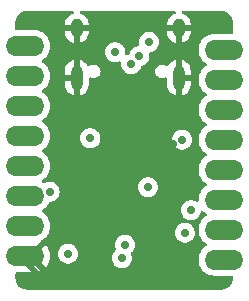
<source format=gbr>
%TF.GenerationSoftware,KiCad,Pcbnew,7.0.9*%
%TF.CreationDate,2024-03-17T18:44:57-07:00*%
%TF.ProjectId,ESP32S3_Board,45535033-3253-4335-9f42-6f6172642e6b,rev?*%
%TF.SameCoordinates,Original*%
%TF.FileFunction,Copper,L2,Inr*%
%TF.FilePolarity,Positive*%
%FSLAX46Y46*%
G04 Gerber Fmt 4.6, Leading zero omitted, Abs format (unit mm)*
G04 Created by KiCad (PCBNEW 7.0.9) date 2024-03-17 18:44:57*
%MOMM*%
%LPD*%
G01*
G04 APERTURE LIST*
%TA.AperFunction,ComponentPad*%
%ADD10O,1.000000X2.100000*%
%TD*%
%TA.AperFunction,ComponentPad*%
%ADD11O,1.000000X1.600000*%
%TD*%
%TA.AperFunction,ComponentPad*%
%ADD12O,2.400000X1.700000*%
%TD*%
%TA.AperFunction,ViaPad*%
%ADD13C,0.700000*%
%TD*%
G04 APERTURE END LIST*
D10*
%TO.N,GND*%
%TO.C,J1*%
X150370000Y-82378000D03*
D11*
X150370000Y-78198000D03*
D10*
X141730000Y-82378000D03*
D11*
X141730000Y-78198000D03*
%TD*%
D12*
%TO.N,/IO7*%
%TO.C,J2*%
X136930000Y-79710000D03*
X137780000Y-79710000D03*
%TO.N,/IO6*%
X136930000Y-82250000D03*
X137780000Y-82250000D03*
%TO.N,/IO5*%
X136930000Y-84790000D03*
X137780000Y-84790000D03*
%TO.N,/IO4*%
X136930000Y-87330000D03*
X137780000Y-87330000D03*
%TO.N,/IO3*%
X136930000Y-89870000D03*
X137780000Y-89870000D03*
%TO.N,/IO2*%
X136930000Y-92410000D03*
X137780000Y-92410000D03*
%TO.N,+3.3V*%
X136930000Y-94950000D03*
X137780000Y-94950000D03*
%TO.N,GND*%
X136930000Y-97490000D03*
X137780000Y-97490000D03*
%TD*%
%TO.N,/IO17*%
%TO.C,J3*%
X153740000Y-80010000D03*
X154590000Y-80010000D03*
%TO.N,/IO33*%
X153740000Y-82550000D03*
X154590000Y-82550000D03*
%TO.N,/IO34*%
X153740000Y-85090000D03*
X154590000Y-85090000D03*
%TO.N,/IO35*%
X153740000Y-87630000D03*
X154590000Y-87630000D03*
%TO.N,/IO36*%
X153740000Y-90170000D03*
X154590000Y-90170000D03*
%TO.N,/IO37*%
X153740000Y-92710000D03*
X154590000Y-92710000D03*
%TO.N,/IO38*%
X153740000Y-95250000D03*
X154590000Y-95250000D03*
%TO.N,/IO45*%
X153740000Y-97790000D03*
X154590000Y-97790000D03*
%TD*%
D13*
%TO.N,Net-(J1-CC1)*%
X147828756Y-79365519D03*
%TO.N,/RESET*%
X139428929Y-92044028D03*
%TO.N,/BOOT*%
X147740965Y-91656048D03*
%TO.N,+3.3V*%
X150876000Y-95504000D03*
X145542000Y-97663000D03*
X142876042Y-87504042D03*
X151384000Y-93599000D03*
%TO.N,/USB_D-*%
X146349124Y-81234876D03*
%TO.N,/USB_D+*%
X147020876Y-80563124D03*
%TO.N,GND*%
X146304000Y-89281000D03*
X146268666Y-93531762D03*
X149860000Y-88011000D03*
X144526000Y-88265000D03*
X146304000Y-90170000D03*
X150241000Y-93345000D03*
X144526000Y-89281000D03*
X151765000Y-96393000D03*
X146558000Y-98806000D03*
X146304000Y-88265000D03*
X145415000Y-90170000D03*
X140187680Y-90332578D03*
X138430000Y-99314000D03*
X146177000Y-99695000D03*
X142113000Y-84963000D03*
X145415000Y-89281000D03*
X145415000Y-88265000D03*
X144526000Y-90170000D03*
X144018000Y-96774000D03*
%TO.N,/IO21*%
X150657500Y-87630000D03*
%TO.N,Net-(J1-CC2)*%
X144991089Y-80221089D03*
%TO.N,Net-(C10-Pad2)*%
X145796000Y-96520000D03*
%TO.N,Net-(AE1-ANT)*%
X140970000Y-97282000D03*
%TD*%
%TA.AperFunction,Conductor*%
%TO.N,GND*%
G36*
X141437631Y-76728185D02*
G01*
X141483386Y-76780989D01*
X141493330Y-76850147D01*
X141464305Y-76913703D01*
X141413657Y-76948782D01*
X141287334Y-76995565D01*
X141114732Y-77103149D01*
X140967331Y-77243264D01*
X140967330Y-77243266D01*
X140851143Y-77410195D01*
X140770940Y-77597092D01*
X140730000Y-77796309D01*
X140730000Y-77948000D01*
X141430000Y-77948000D01*
X141430000Y-78448000D01*
X140730000Y-78448000D01*
X140730000Y-78548713D01*
X140745418Y-78700338D01*
X140806299Y-78894381D01*
X140806304Y-78894391D01*
X140905005Y-79072215D01*
X140905005Y-79072216D01*
X141037478Y-79226530D01*
X141037479Y-79226531D01*
X141198304Y-79351018D01*
X141380907Y-79440589D01*
X141480000Y-79466244D01*
X141480000Y-78664110D01*
X141504457Y-78703610D01*
X141593962Y-78771201D01*
X141701840Y-78801895D01*
X141813521Y-78791546D01*
X141913922Y-78741552D01*
X141980000Y-78669069D01*
X141980000Y-79471366D01*
X141981944Y-79471069D01*
X141981945Y-79471069D01*
X142172660Y-79400436D01*
X142172664Y-79400434D01*
X142345267Y-79292850D01*
X142492668Y-79152735D01*
X142492669Y-79152733D01*
X142608856Y-78985804D01*
X142689059Y-78798907D01*
X142730000Y-78599690D01*
X142730000Y-78448000D01*
X142030000Y-78448000D01*
X142030000Y-77948000D01*
X142730000Y-77948000D01*
X142730000Y-77847286D01*
X142714581Y-77695661D01*
X142653700Y-77501618D01*
X142653695Y-77501608D01*
X142554994Y-77323784D01*
X142554994Y-77323783D01*
X142422521Y-77169469D01*
X142422520Y-77169468D01*
X142261695Y-77044981D01*
X142079092Y-76955410D01*
X142079093Y-76955410D01*
X142068009Y-76952541D01*
X142008043Y-76916681D01*
X141976985Y-76854094D01*
X141984694Y-76784651D01*
X142028723Y-76730400D01*
X142095093Y-76708564D01*
X142099090Y-76708500D01*
X150010592Y-76708500D01*
X150077631Y-76728185D01*
X150123386Y-76780989D01*
X150133330Y-76850147D01*
X150104305Y-76913703D01*
X150053657Y-76948782D01*
X149927334Y-76995565D01*
X149754732Y-77103149D01*
X149607331Y-77243264D01*
X149607330Y-77243266D01*
X149491143Y-77410195D01*
X149410940Y-77597092D01*
X149370000Y-77796309D01*
X149370000Y-77948000D01*
X150070000Y-77948000D01*
X150070000Y-78448000D01*
X149370000Y-78448000D01*
X149370000Y-78548713D01*
X149385418Y-78700338D01*
X149446299Y-78894381D01*
X149446304Y-78894391D01*
X149545005Y-79072215D01*
X149545005Y-79072216D01*
X149677478Y-79226530D01*
X149677479Y-79226531D01*
X149838304Y-79351018D01*
X150020907Y-79440589D01*
X150120000Y-79466244D01*
X150120000Y-78664110D01*
X150144457Y-78703610D01*
X150233962Y-78771201D01*
X150341840Y-78801895D01*
X150453521Y-78791546D01*
X150553922Y-78741552D01*
X150620000Y-78669069D01*
X150620000Y-79471366D01*
X150621944Y-79471069D01*
X150621945Y-79471069D01*
X150812660Y-79400436D01*
X150812664Y-79400434D01*
X150985267Y-79292850D01*
X151132668Y-79152735D01*
X151132669Y-79152733D01*
X151248856Y-78985804D01*
X151329059Y-78798907D01*
X151370000Y-78599690D01*
X151370000Y-78448000D01*
X150670000Y-78448000D01*
X150670000Y-77948000D01*
X151370000Y-77948000D01*
X151370000Y-77847286D01*
X151354581Y-77695661D01*
X151293700Y-77501618D01*
X151293695Y-77501608D01*
X151194994Y-77323784D01*
X151194994Y-77323783D01*
X151062521Y-77169469D01*
X151062520Y-77169468D01*
X150901695Y-77044981D01*
X150719092Y-76955410D01*
X150719093Y-76955410D01*
X150708009Y-76952541D01*
X150648043Y-76916681D01*
X150616985Y-76854094D01*
X150624694Y-76784651D01*
X150668723Y-76730400D01*
X150735093Y-76708564D01*
X150739090Y-76708500D01*
X153937293Y-76708500D01*
X153942695Y-76708735D01*
X153985519Y-76712482D01*
X154111771Y-76724918D01*
X154131685Y-76728541D01*
X154198349Y-76746403D01*
X154291570Y-76774682D01*
X154307971Y-76780958D01*
X154308848Y-76781367D01*
X154375411Y-76812406D01*
X154378375Y-76813888D01*
X154415969Y-76833982D01*
X154462327Y-76858762D01*
X154468667Y-76862657D01*
X154534828Y-76908983D01*
X154538600Y-76911844D01*
X154544494Y-76916681D01*
X154583609Y-76948782D01*
X154610808Y-76971103D01*
X154615309Y-76975182D01*
X154672815Y-77032688D01*
X154676895Y-77037190D01*
X154736154Y-77109398D01*
X154739015Y-77113170D01*
X154785341Y-77179331D01*
X154789236Y-77185671D01*
X154834101Y-77269605D01*
X154835614Y-77272631D01*
X154867040Y-77340027D01*
X154873319Y-77356435D01*
X154901601Y-77449669D01*
X154919454Y-77516299D01*
X154923082Y-77536238D01*
X154935523Y-77662554D01*
X154939264Y-77705302D01*
X154939500Y-77710710D01*
X154939500Y-78535500D01*
X154919815Y-78602539D01*
X154867011Y-78648294D01*
X154815500Y-78659500D01*
X154181028Y-78659500D01*
X154175784Y-78659958D01*
X154154216Y-78659958D01*
X154148972Y-78659500D01*
X154148966Y-78659500D01*
X153331034Y-78659500D01*
X153154596Y-78674936D01*
X153154586Y-78674938D01*
X152926344Y-78736094D01*
X152926335Y-78736098D01*
X152712171Y-78835964D01*
X152712169Y-78835965D01*
X152518597Y-78971505D01*
X152351506Y-79138597D01*
X152351501Y-79138604D01*
X152215967Y-79332165D01*
X152215965Y-79332169D01*
X152116098Y-79546335D01*
X152116094Y-79546344D01*
X152054938Y-79774586D01*
X152054936Y-79774596D01*
X152034341Y-80009999D01*
X152034341Y-80010000D01*
X152054936Y-80245403D01*
X152054938Y-80245413D01*
X152116094Y-80473655D01*
X152116096Y-80473659D01*
X152116097Y-80473663D01*
X152160518Y-80568924D01*
X152215964Y-80687828D01*
X152215965Y-80687830D01*
X152351505Y-80881402D01*
X152518597Y-81048494D01*
X152704158Y-81178425D01*
X152747783Y-81233002D01*
X152754977Y-81302500D01*
X152723454Y-81364855D01*
X152704158Y-81381575D01*
X152518597Y-81511505D01*
X152351506Y-81678597D01*
X152351501Y-81678604D01*
X152215967Y-81872165D01*
X152215965Y-81872169D01*
X152116098Y-82086335D01*
X152116094Y-82086344D01*
X152054938Y-82314586D01*
X152054936Y-82314596D01*
X152034341Y-82549999D01*
X152034341Y-82550000D01*
X152054936Y-82785403D01*
X152054938Y-82785413D01*
X152116094Y-83013655D01*
X152116096Y-83013659D01*
X152116097Y-83013663D01*
X152151072Y-83088666D01*
X152215964Y-83227828D01*
X152215965Y-83227830D01*
X152351505Y-83421402D01*
X152518597Y-83588494D01*
X152704158Y-83718425D01*
X152747783Y-83773002D01*
X152754977Y-83842500D01*
X152723454Y-83904855D01*
X152704158Y-83921575D01*
X152518597Y-84051505D01*
X152351506Y-84218597D01*
X152351501Y-84218604D01*
X152215967Y-84412165D01*
X152215965Y-84412169D01*
X152116098Y-84626335D01*
X152116094Y-84626344D01*
X152054938Y-84854586D01*
X152054936Y-84854596D01*
X152034341Y-85089999D01*
X152034341Y-85090000D01*
X152054936Y-85325403D01*
X152054938Y-85325413D01*
X152116094Y-85553655D01*
X152116096Y-85553659D01*
X152116097Y-85553663D01*
X152166031Y-85660746D01*
X152215964Y-85767828D01*
X152215965Y-85767830D01*
X152351505Y-85961402D01*
X152518597Y-86128494D01*
X152704158Y-86258425D01*
X152747783Y-86313002D01*
X152754977Y-86382500D01*
X152723454Y-86444855D01*
X152704158Y-86461575D01*
X152518597Y-86591505D01*
X152351506Y-86758597D01*
X152351501Y-86758604D01*
X152215967Y-86952165D01*
X152215965Y-86952169D01*
X152116098Y-87166335D01*
X152116094Y-87166344D01*
X152054938Y-87394586D01*
X152054936Y-87394596D01*
X152034341Y-87629999D01*
X152034341Y-87630000D01*
X152054936Y-87865403D01*
X152054938Y-87865413D01*
X152116094Y-88093655D01*
X152116096Y-88093659D01*
X152116097Y-88093663D01*
X152134283Y-88132663D01*
X152215964Y-88307828D01*
X152215965Y-88307830D01*
X152351505Y-88501402D01*
X152518597Y-88668494D01*
X152704158Y-88798425D01*
X152747783Y-88853002D01*
X152754977Y-88922500D01*
X152723454Y-88984855D01*
X152704158Y-89001575D01*
X152518597Y-89131505D01*
X152351506Y-89298597D01*
X152351501Y-89298604D01*
X152215967Y-89492165D01*
X152215965Y-89492169D01*
X152116098Y-89706335D01*
X152116094Y-89706344D01*
X152054938Y-89934586D01*
X152054936Y-89934596D01*
X152034341Y-90169999D01*
X152034341Y-90170000D01*
X152054936Y-90405403D01*
X152054938Y-90405413D01*
X152116094Y-90633655D01*
X152116096Y-90633659D01*
X152116097Y-90633663D01*
X152166031Y-90740746D01*
X152215964Y-90847828D01*
X152215965Y-90847830D01*
X152351505Y-91041402D01*
X152518597Y-91208494D01*
X152704158Y-91338425D01*
X152747783Y-91393002D01*
X152754977Y-91462500D01*
X152723454Y-91524855D01*
X152704158Y-91541575D01*
X152518597Y-91671505D01*
X152351506Y-91838597D01*
X152351501Y-91838604D01*
X152215967Y-92032165D01*
X152215965Y-92032169D01*
X152116098Y-92246335D01*
X152116094Y-92246344D01*
X152054938Y-92474586D01*
X152054936Y-92474596D01*
X152034341Y-92709999D01*
X152034341Y-92710003D01*
X152039609Y-92770225D01*
X152025842Y-92838725D01*
X151977226Y-92888907D01*
X151909197Y-92904840D01*
X151843354Y-92881464D01*
X151843194Y-92881348D01*
X151811595Y-92858389D01*
X151767429Y-92838725D01*
X151648267Y-92785671D01*
X151648265Y-92785670D01*
X151520594Y-92758533D01*
X151473391Y-92748500D01*
X151294609Y-92748500D01*
X151263954Y-92755015D01*
X151119733Y-92785670D01*
X151119728Y-92785672D01*
X150956408Y-92858387D01*
X150811768Y-92963475D01*
X150692140Y-93096336D01*
X150602750Y-93251164D01*
X150602747Y-93251170D01*
X150547504Y-93421192D01*
X150547503Y-93421194D01*
X150528815Y-93599000D01*
X150547503Y-93776805D01*
X150547504Y-93776807D01*
X150602747Y-93946829D01*
X150602750Y-93946835D01*
X150692141Y-94101665D01*
X150733812Y-94147946D01*
X150811764Y-94234521D01*
X150811767Y-94234523D01*
X150811770Y-94234526D01*
X150956407Y-94339612D01*
X151119733Y-94412329D01*
X151294609Y-94449500D01*
X151294610Y-94449500D01*
X151473389Y-94449500D01*
X151473391Y-94449500D01*
X151648267Y-94412329D01*
X151811593Y-94339612D01*
X151956230Y-94234526D01*
X152075859Y-94101665D01*
X152165250Y-93946835D01*
X152220497Y-93776803D01*
X152224367Y-93739982D01*
X152250950Y-93675370D01*
X152308248Y-93635385D01*
X152378067Y-93632725D01*
X152435368Y-93665265D01*
X152518597Y-93748494D01*
X152704158Y-93878425D01*
X152747783Y-93933002D01*
X152754977Y-94002500D01*
X152723454Y-94064855D01*
X152704158Y-94081575D01*
X152518597Y-94211505D01*
X152351506Y-94378597D01*
X152351501Y-94378604D01*
X152215967Y-94572165D01*
X152215965Y-94572169D01*
X152116098Y-94786335D01*
X152116094Y-94786344D01*
X152054938Y-95014586D01*
X152054936Y-95014596D01*
X152034341Y-95249999D01*
X152034341Y-95250000D01*
X152054936Y-95485403D01*
X152054938Y-95485413D01*
X152116094Y-95713655D01*
X152116096Y-95713659D01*
X152116097Y-95713663D01*
X152146746Y-95779389D01*
X152215964Y-95927828D01*
X152215965Y-95927830D01*
X152351505Y-96121402D01*
X152518597Y-96288494D01*
X152704158Y-96418425D01*
X152747783Y-96473002D01*
X152754977Y-96542500D01*
X152723454Y-96604855D01*
X152704158Y-96621575D01*
X152518597Y-96751505D01*
X152351506Y-96918597D01*
X152351501Y-96918604D01*
X152215967Y-97112165D01*
X152215965Y-97112169D01*
X152116098Y-97326335D01*
X152116094Y-97326344D01*
X152054938Y-97554586D01*
X152054936Y-97554596D01*
X152034341Y-97789999D01*
X152034341Y-97790000D01*
X152054936Y-98025403D01*
X152054938Y-98025413D01*
X152116094Y-98253655D01*
X152116096Y-98253659D01*
X152116097Y-98253663D01*
X152137015Y-98298521D01*
X152215964Y-98467828D01*
X152215965Y-98467830D01*
X152351505Y-98661402D01*
X152518597Y-98828494D01*
X152712169Y-98964034D01*
X152712171Y-98964035D01*
X152926337Y-99063903D01*
X153154592Y-99125063D01*
X153331034Y-99140500D01*
X154148960Y-99140500D01*
X154148966Y-99140500D01*
X154154189Y-99140043D01*
X154175811Y-99140043D01*
X154181034Y-99140500D01*
X154815500Y-99140500D01*
X154882539Y-99160185D01*
X154928294Y-99212989D01*
X154939500Y-99264500D01*
X154939500Y-99327289D01*
X154939264Y-99332697D01*
X154935523Y-99375445D01*
X154923082Y-99501760D01*
X154919454Y-99521699D01*
X154901601Y-99588330D01*
X154873318Y-99681563D01*
X154867040Y-99697971D01*
X154835614Y-99765367D01*
X154834101Y-99768393D01*
X154789236Y-99852327D01*
X154785341Y-99858667D01*
X154739015Y-99924828D01*
X154736154Y-99928600D01*
X154676895Y-100000808D01*
X154672806Y-100005320D01*
X154615320Y-100062806D01*
X154610808Y-100066895D01*
X154538600Y-100126154D01*
X154534828Y-100129015D01*
X154468667Y-100175341D01*
X154462327Y-100179236D01*
X154378393Y-100224101D01*
X154375367Y-100225614D01*
X154307971Y-100257040D01*
X154291563Y-100263318D01*
X154198330Y-100291601D01*
X154131699Y-100309454D01*
X154111760Y-100313082D01*
X153985445Y-100325523D01*
X153944789Y-100329080D01*
X153942696Y-100329264D01*
X153937290Y-100329500D01*
X137527710Y-100329500D01*
X137522303Y-100329264D01*
X137520015Y-100329063D01*
X137479554Y-100325523D01*
X137353238Y-100313082D01*
X137333299Y-100309454D01*
X137266669Y-100291601D01*
X137173435Y-100263319D01*
X137157027Y-100257040D01*
X137108433Y-100234381D01*
X137089618Y-100225607D01*
X137086605Y-100224101D01*
X137002671Y-100179236D01*
X136996331Y-100175341D01*
X136930170Y-100129015D01*
X136926398Y-100126154D01*
X136854190Y-100066895D01*
X136849688Y-100062815D01*
X136792182Y-100005309D01*
X136788103Y-100000808D01*
X136728844Y-99928600D01*
X136725983Y-99924828D01*
X136679657Y-99858667D01*
X136675762Y-99852327D01*
X136650982Y-99805969D01*
X136630888Y-99768375D01*
X136629406Y-99765411D01*
X136597958Y-99697971D01*
X136591682Y-99681570D01*
X136563398Y-99588330D01*
X136545541Y-99521685D01*
X136541918Y-99501771D01*
X136529482Y-99375519D01*
X136525735Y-99332695D01*
X136525500Y-99327293D01*
X136525500Y-98964000D01*
X136545185Y-98896961D01*
X136597989Y-98851206D01*
X136649500Y-98840000D01*
X137338946Y-98840000D01*
X137344189Y-98839541D01*
X137365811Y-98839541D01*
X137371054Y-98840000D01*
X137926446Y-98840000D01*
X136932552Y-97846106D01*
X136961761Y-97820798D01*
X137039493Y-97699844D01*
X137080000Y-97561889D01*
X137080000Y-97418111D01*
X137039493Y-97280156D01*
X136993498Y-97208587D01*
X137017680Y-97224128D01*
X138564696Y-98771144D01*
X138593492Y-98763429D01*
X138593493Y-98763429D01*
X138666044Y-98729597D01*
X137815696Y-97879249D01*
X137856900Y-97914952D01*
X137987685Y-97974680D01*
X138094237Y-97990000D01*
X138165763Y-97990000D01*
X138272315Y-97974680D01*
X138403100Y-97914952D01*
X138486359Y-97842807D01*
X139086369Y-98442817D01*
X139168110Y-98361076D01*
X139303600Y-98167578D01*
X139403429Y-97953492D01*
X139403433Y-97953483D01*
X139464567Y-97725326D01*
X139464569Y-97725315D01*
X139485157Y-97490001D01*
X139485157Y-97489998D01*
X139466959Y-97282000D01*
X140114815Y-97282000D01*
X140133503Y-97459805D01*
X140133504Y-97459807D01*
X140188747Y-97629829D01*
X140188750Y-97629835D01*
X140278141Y-97784665D01*
X140319812Y-97830946D01*
X140397764Y-97917521D01*
X140397767Y-97917523D01*
X140397770Y-97917526D01*
X140542407Y-98022612D01*
X140705733Y-98095329D01*
X140880609Y-98132500D01*
X140880610Y-98132500D01*
X141059389Y-98132500D01*
X141059391Y-98132500D01*
X141234267Y-98095329D01*
X141397593Y-98022612D01*
X141542230Y-97917526D01*
X141661859Y-97784665D01*
X141732102Y-97663000D01*
X144686815Y-97663000D01*
X144705503Y-97840805D01*
X144705504Y-97840807D01*
X144760747Y-98010829D01*
X144760750Y-98010835D01*
X144850141Y-98165665D01*
X144891812Y-98211946D01*
X144969764Y-98298521D01*
X144969767Y-98298523D01*
X144969770Y-98298526D01*
X145114407Y-98403612D01*
X145277733Y-98476329D01*
X145452609Y-98513500D01*
X145452610Y-98513500D01*
X145631389Y-98513500D01*
X145631391Y-98513500D01*
X145806267Y-98476329D01*
X145969593Y-98403612D01*
X146114230Y-98298526D01*
X146233859Y-98165665D01*
X146323250Y-98010835D01*
X146378497Y-97840803D01*
X146397185Y-97663000D01*
X146378497Y-97485197D01*
X146349912Y-97397222D01*
X146323251Y-97315167D01*
X146321387Y-97310982D01*
X146312093Y-97241733D01*
X146341714Y-97178453D01*
X146361773Y-97160217D01*
X146368230Y-97155526D01*
X146487859Y-97022665D01*
X146577250Y-96867835D01*
X146632497Y-96697803D01*
X146651185Y-96520000D01*
X146632497Y-96342197D01*
X146577250Y-96172165D01*
X146487859Y-96017335D01*
X146441003Y-95965296D01*
X146368235Y-95884478D01*
X146368232Y-95884476D01*
X146368231Y-95884475D01*
X146368230Y-95884474D01*
X146223593Y-95779388D01*
X146060267Y-95706671D01*
X146060265Y-95706670D01*
X145932594Y-95679533D01*
X145885391Y-95669500D01*
X145706609Y-95669500D01*
X145675954Y-95676015D01*
X145531733Y-95706670D01*
X145531728Y-95706672D01*
X145368408Y-95779387D01*
X145223768Y-95884475D01*
X145104140Y-96017336D01*
X145014750Y-96172164D01*
X145014747Y-96172170D01*
X144959504Y-96342192D01*
X144959503Y-96342194D01*
X144940815Y-96520000D01*
X144959503Y-96697805D01*
X144959504Y-96697807D01*
X145014749Y-96867833D01*
X145016620Y-96872036D01*
X145025902Y-96941287D01*
X144996270Y-97004562D01*
X144976226Y-97022783D01*
X144969771Y-97027472D01*
X144969764Y-97027478D01*
X144850140Y-97160336D01*
X144760750Y-97315164D01*
X144760747Y-97315170D01*
X144705504Y-97485192D01*
X144705503Y-97485194D01*
X144686815Y-97663000D01*
X141732102Y-97663000D01*
X141751250Y-97629835D01*
X141806497Y-97459803D01*
X141825185Y-97282000D01*
X141806497Y-97104197D01*
X141774370Y-97005320D01*
X141751252Y-96934170D01*
X141751249Y-96934164D01*
X141661859Y-96779335D01*
X141588449Y-96697805D01*
X141542235Y-96646478D01*
X141542232Y-96646476D01*
X141542231Y-96646475D01*
X141542230Y-96646474D01*
X141397593Y-96541388D01*
X141234267Y-96468671D01*
X141234265Y-96468670D01*
X141106594Y-96441533D01*
X141059391Y-96431500D01*
X140880609Y-96431500D01*
X140849954Y-96438015D01*
X140705733Y-96468670D01*
X140705728Y-96468672D01*
X140542408Y-96541387D01*
X140397768Y-96646475D01*
X140278140Y-96779336D01*
X140188750Y-96934164D01*
X140188747Y-96934170D01*
X140133504Y-97104192D01*
X140133503Y-97104194D01*
X140114815Y-97282000D01*
X139466959Y-97282000D01*
X139464569Y-97254684D01*
X139464567Y-97254673D01*
X139403433Y-97026516D01*
X139403429Y-97026507D01*
X139303600Y-96812422D01*
X139303599Y-96812420D01*
X139168113Y-96618926D01*
X139168108Y-96618920D01*
X139086370Y-96537182D01*
X139086369Y-96537182D01*
X138486359Y-97137191D01*
X138403100Y-97065048D01*
X138272315Y-97005320D01*
X138165763Y-96990000D01*
X138094237Y-96990000D01*
X137987685Y-97005320D01*
X137856900Y-97065048D01*
X137815695Y-97100751D01*
X138678363Y-96238081D01*
X138680492Y-96218994D01*
X138724547Y-96164764D01*
X138742443Y-96154524D01*
X138807829Y-96124035D01*
X139001401Y-95988495D01*
X139168495Y-95821401D01*
X139304035Y-95627830D01*
X139361778Y-95504000D01*
X150020815Y-95504000D01*
X150039503Y-95681805D01*
X150039504Y-95681807D01*
X150094747Y-95851829D01*
X150094750Y-95851835D01*
X150184141Y-96006665D01*
X150225812Y-96052946D01*
X150303764Y-96139521D01*
X150303767Y-96139523D01*
X150303770Y-96139526D01*
X150448407Y-96244612D01*
X150611733Y-96317329D01*
X150786609Y-96354500D01*
X150786610Y-96354500D01*
X150965389Y-96354500D01*
X150965391Y-96354500D01*
X151140267Y-96317329D01*
X151303593Y-96244612D01*
X151448230Y-96139526D01*
X151567859Y-96006665D01*
X151657250Y-95851835D01*
X151712497Y-95681803D01*
X151731185Y-95504000D01*
X151712497Y-95326197D01*
X151684873Y-95241181D01*
X151657252Y-95156170D01*
X151657249Y-95156164D01*
X151575515Y-95014596D01*
X151567859Y-95001335D01*
X151521003Y-94949296D01*
X151448235Y-94868478D01*
X151448232Y-94868476D01*
X151448231Y-94868475D01*
X151448230Y-94868474D01*
X151303593Y-94763388D01*
X151140267Y-94690671D01*
X151140265Y-94690670D01*
X151012594Y-94663533D01*
X150965391Y-94653500D01*
X150786609Y-94653500D01*
X150755954Y-94660015D01*
X150611733Y-94690670D01*
X150611728Y-94690672D01*
X150448408Y-94763387D01*
X150303768Y-94868475D01*
X150184140Y-95001336D01*
X150094750Y-95156164D01*
X150094747Y-95156170D01*
X150039504Y-95326192D01*
X150039503Y-95326194D01*
X150020815Y-95504000D01*
X139361778Y-95504000D01*
X139403903Y-95413663D01*
X139465063Y-95185408D01*
X139485659Y-94950000D01*
X139465063Y-94714592D01*
X139403903Y-94486337D01*
X139304035Y-94272171D01*
X139304034Y-94272169D01*
X139168494Y-94078597D01*
X139001403Y-93911506D01*
X138931410Y-93862497D01*
X138815838Y-93781573D01*
X138772215Y-93726999D01*
X138765021Y-93657500D01*
X138796543Y-93595145D01*
X138815836Y-93578428D01*
X139001401Y-93448495D01*
X139168495Y-93281401D01*
X139304035Y-93087830D01*
X139360788Y-92966123D01*
X139406960Y-92913684D01*
X139473170Y-92894528D01*
X139518318Y-92894528D01*
X139518320Y-92894528D01*
X139693196Y-92857357D01*
X139856522Y-92784640D01*
X140001159Y-92679554D01*
X140120788Y-92546693D01*
X140210179Y-92391863D01*
X140265426Y-92221831D01*
X140284114Y-92044028D01*
X140265426Y-91866225D01*
X140210179Y-91696193D01*
X140187001Y-91656048D01*
X146885780Y-91656048D01*
X146904468Y-91833853D01*
X146904469Y-91833855D01*
X146959712Y-92003877D01*
X146959715Y-92003883D01*
X147049106Y-92158713D01*
X147063404Y-92174592D01*
X147168729Y-92291569D01*
X147168732Y-92291571D01*
X147168735Y-92291574D01*
X147313372Y-92396660D01*
X147476698Y-92469377D01*
X147651574Y-92506548D01*
X147651575Y-92506548D01*
X147830354Y-92506548D01*
X147830356Y-92506548D01*
X148005232Y-92469377D01*
X148168558Y-92396660D01*
X148313195Y-92291574D01*
X148432824Y-92158713D01*
X148522215Y-92003883D01*
X148577462Y-91833851D01*
X148596150Y-91656048D01*
X148577462Y-91478245D01*
X148542780Y-91371505D01*
X148522217Y-91308218D01*
X148522214Y-91308212D01*
X148518241Y-91301330D01*
X148432824Y-91153383D01*
X148344371Y-91055146D01*
X148313200Y-91020526D01*
X148313197Y-91020524D01*
X148313196Y-91020523D01*
X148313195Y-91020522D01*
X148168558Y-90915436D01*
X148005232Y-90842719D01*
X148005230Y-90842718D01*
X147877559Y-90815581D01*
X147830356Y-90805548D01*
X147651574Y-90805548D01*
X147620919Y-90812063D01*
X147476698Y-90842718D01*
X147476693Y-90842720D01*
X147313373Y-90915435D01*
X147168733Y-91020523D01*
X147049105Y-91153384D01*
X146959715Y-91308212D01*
X146959712Y-91308218D01*
X146904469Y-91478240D01*
X146904468Y-91478242D01*
X146885780Y-91656048D01*
X140187001Y-91656048D01*
X140120788Y-91541363D01*
X140063956Y-91478245D01*
X140001164Y-91408506D01*
X140001161Y-91408504D01*
X140001160Y-91408503D01*
X140001159Y-91408502D01*
X139856522Y-91303416D01*
X139693196Y-91230699D01*
X139693194Y-91230698D01*
X139565523Y-91203561D01*
X139518320Y-91193528D01*
X139339538Y-91193528D01*
X139308883Y-91200043D01*
X139164662Y-91230698D01*
X139006022Y-91301330D01*
X138936772Y-91310614D01*
X138884465Y-91289626D01*
X138815839Y-91241573D01*
X138772215Y-91186999D01*
X138765021Y-91117501D01*
X138796543Y-91055146D01*
X138815836Y-91038428D01*
X139001401Y-90908495D01*
X139168495Y-90741401D01*
X139304035Y-90547830D01*
X139403903Y-90333663D01*
X139465063Y-90105408D01*
X139485659Y-89870000D01*
X139465063Y-89634592D01*
X139403903Y-89406337D01*
X139304035Y-89192171D01*
X139304034Y-89192169D01*
X139168494Y-88998597D01*
X139001403Y-88831506D01*
X138931410Y-88782497D01*
X138815838Y-88701573D01*
X138772215Y-88646999D01*
X138765021Y-88577500D01*
X138796543Y-88515145D01*
X138815836Y-88498428D01*
X139001401Y-88368495D01*
X139168495Y-88201401D01*
X139304035Y-88007830D01*
X139403903Y-87793663D01*
X139465063Y-87565408D01*
X139470432Y-87504042D01*
X142020857Y-87504042D01*
X142039545Y-87681847D01*
X142039546Y-87681849D01*
X142094789Y-87851871D01*
X142094792Y-87851877D01*
X142184183Y-88006707D01*
X142225854Y-88052988D01*
X142303806Y-88139563D01*
X142303809Y-88139565D01*
X142303812Y-88139568D01*
X142448449Y-88244654D01*
X142611775Y-88317371D01*
X142786651Y-88354542D01*
X142786652Y-88354542D01*
X142965431Y-88354542D01*
X142965433Y-88354542D01*
X143140309Y-88317371D01*
X143303635Y-88244654D01*
X143448272Y-88139568D01*
X143454490Y-88132663D01*
X143489612Y-88093655D01*
X143567901Y-88006707D01*
X143657292Y-87851877D01*
X143712539Y-87681845D01*
X143717988Y-87630000D01*
X149802315Y-87630000D01*
X149821003Y-87807805D01*
X149821004Y-87807807D01*
X149876247Y-87977829D01*
X149876250Y-87977835D01*
X149965641Y-88132665D01*
X149971854Y-88139565D01*
X150085264Y-88265521D01*
X150085267Y-88265523D01*
X150085270Y-88265526D01*
X150229907Y-88370612D01*
X150393233Y-88443329D01*
X150568109Y-88480500D01*
X150568110Y-88480500D01*
X150746889Y-88480500D01*
X150746891Y-88480500D01*
X150921767Y-88443329D01*
X151085093Y-88370612D01*
X151229730Y-88265526D01*
X151349359Y-88132665D01*
X151438750Y-87977835D01*
X151493997Y-87807803D01*
X151512685Y-87630000D01*
X151493997Y-87452197D01*
X151438750Y-87282165D01*
X151349359Y-87127335D01*
X151302503Y-87075296D01*
X151229735Y-86994478D01*
X151229732Y-86994476D01*
X151229731Y-86994475D01*
X151229730Y-86994474D01*
X151085093Y-86889388D01*
X150921767Y-86816671D01*
X150921765Y-86816670D01*
X150794094Y-86789533D01*
X150746891Y-86779500D01*
X150568109Y-86779500D01*
X150537454Y-86786015D01*
X150393233Y-86816670D01*
X150393228Y-86816672D01*
X150229908Y-86889387D01*
X150085268Y-86994475D01*
X149965640Y-87127336D01*
X149876250Y-87282164D01*
X149876247Y-87282170D01*
X149821004Y-87452192D01*
X149821003Y-87452194D01*
X149802315Y-87630000D01*
X143717988Y-87630000D01*
X143731227Y-87504042D01*
X143712539Y-87326239D01*
X143660586Y-87166344D01*
X143657294Y-87156212D01*
X143657291Y-87156206D01*
X143640623Y-87127336D01*
X143567901Y-87001377D01*
X143521045Y-86949338D01*
X143448277Y-86868520D01*
X143448274Y-86868518D01*
X143448273Y-86868517D01*
X143448272Y-86868516D01*
X143303635Y-86763430D01*
X143140309Y-86690713D01*
X143140307Y-86690712D01*
X143012636Y-86663575D01*
X142965433Y-86653542D01*
X142786651Y-86653542D01*
X142755996Y-86660057D01*
X142611775Y-86690712D01*
X142611770Y-86690714D01*
X142448450Y-86763429D01*
X142303810Y-86868517D01*
X142184182Y-87001378D01*
X142094792Y-87156206D01*
X142094789Y-87156212D01*
X142039546Y-87326234D01*
X142039545Y-87326236D01*
X142020857Y-87504042D01*
X139470432Y-87504042D01*
X139485659Y-87330000D01*
X139465063Y-87094592D01*
X139404488Y-86868520D01*
X139403905Y-86866344D01*
X139403904Y-86866343D01*
X139403903Y-86866337D01*
X139304035Y-86652171D01*
X139304034Y-86652169D01*
X139168494Y-86458597D01*
X139001403Y-86291506D01*
X138931410Y-86242497D01*
X138815838Y-86161573D01*
X138772215Y-86106999D01*
X138765021Y-86037500D01*
X138796543Y-85975145D01*
X138815836Y-85958428D01*
X139001401Y-85828495D01*
X139168495Y-85661401D01*
X139304035Y-85467830D01*
X139403903Y-85253663D01*
X139465063Y-85025408D01*
X139485659Y-84790000D01*
X139465063Y-84554592D01*
X139403903Y-84326337D01*
X139304035Y-84112171D01*
X139304034Y-84112169D01*
X139168494Y-83918597D01*
X139001403Y-83751506D01*
X138865762Y-83656530D01*
X138815838Y-83621573D01*
X138772215Y-83566999D01*
X138765021Y-83497500D01*
X138796543Y-83435145D01*
X138815836Y-83418428D01*
X139001401Y-83288495D01*
X139168495Y-83121401D01*
X139268406Y-82978713D01*
X140730000Y-82978713D01*
X140745418Y-83130338D01*
X140806299Y-83324381D01*
X140806304Y-83324391D01*
X140905005Y-83502215D01*
X140905005Y-83502216D01*
X141037478Y-83656530D01*
X141037479Y-83656531D01*
X141198304Y-83781018D01*
X141380907Y-83870589D01*
X141480000Y-83896244D01*
X141480000Y-83094110D01*
X141504457Y-83133610D01*
X141593962Y-83201201D01*
X141701840Y-83231895D01*
X141813521Y-83221546D01*
X141913922Y-83171552D01*
X141980000Y-83099069D01*
X141980000Y-83901366D01*
X141981944Y-83901069D01*
X141981945Y-83901069D01*
X142172660Y-83830436D01*
X142172664Y-83830434D01*
X142345267Y-83722850D01*
X142492668Y-83582735D01*
X142492669Y-83582733D01*
X142608856Y-83415804D01*
X142689059Y-83228907D01*
X142730000Y-83029690D01*
X142730000Y-82478384D01*
X142749685Y-82411345D01*
X142802489Y-82365590D01*
X142871647Y-82355646D01*
X142901454Y-82363823D01*
X143009764Y-82408687D01*
X143122280Y-82423500D01*
X143122287Y-82423500D01*
X143197713Y-82423500D01*
X143197720Y-82423500D01*
X143310236Y-82408687D01*
X143450233Y-82350698D01*
X143570451Y-82258451D01*
X143662698Y-82138233D01*
X143720687Y-81998236D01*
X143740466Y-81848000D01*
X143720687Y-81697764D01*
X143662698Y-81557767D01*
X143570451Y-81437549D01*
X143450233Y-81345302D01*
X143450229Y-81345300D01*
X143349884Y-81303736D01*
X143310236Y-81287313D01*
X143296171Y-81285461D01*
X143197727Y-81272500D01*
X143197720Y-81272500D01*
X143122280Y-81272500D01*
X143122272Y-81272500D01*
X143009764Y-81287313D01*
X143009763Y-81287313D01*
X142869769Y-81345300D01*
X142847821Y-81362142D01*
X142798743Y-81399800D01*
X142733575Y-81424994D01*
X142665131Y-81410956D01*
X142615141Y-81362142D01*
X142614839Y-81361602D01*
X142554994Y-81253784D01*
X142554994Y-81253783D01*
X142422521Y-81099469D01*
X142422520Y-81099468D01*
X142261695Y-80974981D01*
X142079093Y-80885411D01*
X141980000Y-80859753D01*
X141980000Y-81661889D01*
X141955543Y-81622390D01*
X141866038Y-81554799D01*
X141758160Y-81524105D01*
X141646479Y-81534454D01*
X141546078Y-81584448D01*
X141480000Y-81656930D01*
X141480000Y-80854633D01*
X141478053Y-80854931D01*
X141478047Y-80854933D01*
X141287342Y-80925562D01*
X141287335Y-80925565D01*
X141114732Y-81033149D01*
X140967331Y-81173264D01*
X140967330Y-81173266D01*
X140851143Y-81340195D01*
X140770940Y-81527092D01*
X140730000Y-81726309D01*
X140730000Y-82128000D01*
X141430000Y-82128000D01*
X141430000Y-82628000D01*
X140730000Y-82628000D01*
X140730000Y-82978713D01*
X139268406Y-82978713D01*
X139304035Y-82927830D01*
X139403903Y-82713663D01*
X139465063Y-82485408D01*
X139485659Y-82250000D01*
X139465063Y-82014592D01*
X139403903Y-81786337D01*
X139304035Y-81572171D01*
X139304034Y-81572169D01*
X139168494Y-81378597D01*
X139001403Y-81211506D01*
X138841396Y-81099469D01*
X138815838Y-81081573D01*
X138772215Y-81026999D01*
X138765021Y-80957500D01*
X138796543Y-80895145D01*
X138815836Y-80878428D01*
X139001401Y-80748495D01*
X139168495Y-80581401D01*
X139304035Y-80387830D01*
X139381788Y-80221089D01*
X144135904Y-80221089D01*
X144154592Y-80398894D01*
X144154593Y-80398896D01*
X144209836Y-80568918D01*
X144209839Y-80568924D01*
X144299230Y-80723754D01*
X144321507Y-80748495D01*
X144418853Y-80856610D01*
X144418856Y-80856612D01*
X144418859Y-80856615D01*
X144563496Y-80961701D01*
X144726822Y-81034418D01*
X144901698Y-81071589D01*
X144901699Y-81071589D01*
X145080478Y-81071589D01*
X145080480Y-81071589D01*
X145255356Y-81034418D01*
X145331549Y-81000494D01*
X145400798Y-80991210D01*
X145464075Y-81020838D01*
X145501288Y-81079973D01*
X145505305Y-81126735D01*
X145496395Y-81211505D01*
X145493939Y-81234876D01*
X145498682Y-81280000D01*
X145512627Y-81412681D01*
X145512628Y-81412683D01*
X145567871Y-81582705D01*
X145567874Y-81582711D01*
X145657265Y-81737541D01*
X145688220Y-81771920D01*
X145776888Y-81870397D01*
X145776891Y-81870399D01*
X145776894Y-81870402D01*
X145921531Y-81975488D01*
X146084857Y-82048205D01*
X146259733Y-82085376D01*
X146259734Y-82085376D01*
X146438513Y-82085376D01*
X146438515Y-82085376D01*
X146613391Y-82048205D01*
X146776717Y-81975488D01*
X146921354Y-81870402D01*
X146941525Y-81848000D01*
X148359534Y-81848000D01*
X148379312Y-81998234D01*
X148379313Y-81998236D01*
X148437302Y-82138233D01*
X148529549Y-82258451D01*
X148649767Y-82350698D01*
X148789764Y-82408687D01*
X148902280Y-82423500D01*
X148902287Y-82423500D01*
X148977713Y-82423500D01*
X148977720Y-82423500D01*
X149090236Y-82408687D01*
X149198547Y-82363823D01*
X149268017Y-82356354D01*
X149330496Y-82387629D01*
X149366148Y-82447718D01*
X149370000Y-82478384D01*
X149370000Y-82978713D01*
X149385418Y-83130338D01*
X149446299Y-83324381D01*
X149446304Y-83324391D01*
X149545005Y-83502215D01*
X149545005Y-83502216D01*
X149677478Y-83656530D01*
X149677479Y-83656531D01*
X149838304Y-83781018D01*
X150020907Y-83870589D01*
X150120000Y-83896244D01*
X150120000Y-83094110D01*
X150144457Y-83133610D01*
X150233962Y-83201201D01*
X150341840Y-83231895D01*
X150453521Y-83221546D01*
X150553922Y-83171552D01*
X150620000Y-83099069D01*
X150620000Y-83901366D01*
X150621944Y-83901069D01*
X150621945Y-83901069D01*
X150812660Y-83830436D01*
X150812664Y-83830434D01*
X150985267Y-83722850D01*
X151132668Y-83582735D01*
X151132669Y-83582733D01*
X151248856Y-83415804D01*
X151329059Y-83228907D01*
X151370000Y-83029690D01*
X151370000Y-82628000D01*
X150670000Y-82628000D01*
X150670000Y-82128000D01*
X151370000Y-82128000D01*
X151370000Y-81777286D01*
X151354581Y-81625661D01*
X151293700Y-81431618D01*
X151293695Y-81431608D01*
X151194994Y-81253784D01*
X151194994Y-81253783D01*
X151062521Y-81099469D01*
X151062520Y-81099468D01*
X150901695Y-80974981D01*
X150719093Y-80885411D01*
X150620000Y-80859753D01*
X150620000Y-81661889D01*
X150595543Y-81622390D01*
X150506038Y-81554799D01*
X150398160Y-81524105D01*
X150286479Y-81534454D01*
X150186078Y-81584448D01*
X150120000Y-81656930D01*
X150120000Y-80854633D01*
X150118053Y-80854931D01*
X150118047Y-80854933D01*
X149927342Y-80925562D01*
X149927335Y-80925565D01*
X149754732Y-81033149D01*
X149607331Y-81173264D01*
X149607330Y-81173266D01*
X149491142Y-81340197D01*
X149491140Y-81340200D01*
X149487760Y-81348078D01*
X149443232Y-81401921D01*
X149376663Y-81423142D01*
X149309189Y-81405005D01*
X149298332Y-81397556D01*
X149230233Y-81345302D01*
X149230232Y-81345301D01*
X149230230Y-81345300D01*
X149129884Y-81303736D01*
X149090236Y-81287313D01*
X149076171Y-81285461D01*
X148977727Y-81272500D01*
X148977720Y-81272500D01*
X148902280Y-81272500D01*
X148902272Y-81272500D01*
X148789764Y-81287313D01*
X148789763Y-81287313D01*
X148649770Y-81345300D01*
X148649767Y-81345301D01*
X148649767Y-81345302D01*
X148529549Y-81437549D01*
X148439580Y-81554799D01*
X148437300Y-81557770D01*
X148379313Y-81697763D01*
X148379312Y-81697765D01*
X148359534Y-81847999D01*
X148359534Y-81848000D01*
X146941525Y-81848000D01*
X147040983Y-81737541D01*
X147130374Y-81582711D01*
X147168759Y-81464574D01*
X147208195Y-81406900D01*
X147260909Y-81381603D01*
X147285143Y-81376453D01*
X147448469Y-81303736D01*
X147593106Y-81198650D01*
X147606266Y-81184035D01*
X147619024Y-81169865D01*
X147712735Y-81065789D01*
X147802126Y-80910959D01*
X147857373Y-80740927D01*
X147876061Y-80563124D01*
X147857373Y-80385321D01*
X147852399Y-80370015D01*
X147850403Y-80300175D01*
X147886483Y-80240342D01*
X147944543Y-80210408D01*
X148093023Y-80178848D01*
X148256349Y-80106131D01*
X148400986Y-80001045D01*
X148520615Y-79868184D01*
X148610006Y-79713354D01*
X148665253Y-79543322D01*
X148683941Y-79365519D01*
X148665253Y-79187716D01*
X148614713Y-79032170D01*
X148610008Y-79017689D01*
X148610005Y-79017683D01*
X148591600Y-78985804D01*
X148520615Y-78862854D01*
X148456409Y-78791546D01*
X148400991Y-78729997D01*
X148400988Y-78729995D01*
X148400987Y-78729994D01*
X148400986Y-78729993D01*
X148256349Y-78624907D01*
X148093023Y-78552190D01*
X148093021Y-78552189D01*
X147965350Y-78525052D01*
X147918147Y-78515019D01*
X147739365Y-78515019D01*
X147708710Y-78521534D01*
X147564489Y-78552189D01*
X147564484Y-78552191D01*
X147401164Y-78624906D01*
X147256524Y-78729994D01*
X147136896Y-78862855D01*
X147047506Y-79017683D01*
X147047503Y-79017689D01*
X146992260Y-79187711D01*
X146992259Y-79187713D01*
X146973571Y-79365519D01*
X146992259Y-79543324D01*
X146992261Y-79543329D01*
X146997232Y-79558629D01*
X146999227Y-79628470D01*
X146963146Y-79688303D01*
X146905082Y-79718236D01*
X146756609Y-79749794D01*
X146756604Y-79749796D01*
X146593284Y-79822511D01*
X146448644Y-79927599D01*
X146329016Y-80060460D01*
X146239626Y-80215288D01*
X146239624Y-80215292D01*
X146201241Y-80333424D01*
X146161803Y-80391099D01*
X146109094Y-80416395D01*
X146084855Y-80421547D01*
X146008663Y-80455470D01*
X145939413Y-80464754D01*
X145876136Y-80435125D01*
X145838923Y-80375990D01*
X145834907Y-80329233D01*
X145846274Y-80221089D01*
X145827586Y-80043286D01*
X145772339Y-79873254D01*
X145682948Y-79718424D01*
X145601953Y-79628470D01*
X145563324Y-79585567D01*
X145563321Y-79585565D01*
X145563320Y-79585564D01*
X145563319Y-79585563D01*
X145418682Y-79480477D01*
X145255356Y-79407760D01*
X145255354Y-79407759D01*
X145127683Y-79380622D01*
X145080480Y-79370589D01*
X144901698Y-79370589D01*
X144871043Y-79377104D01*
X144726822Y-79407759D01*
X144726817Y-79407761D01*
X144563497Y-79480476D01*
X144418857Y-79585564D01*
X144299229Y-79718425D01*
X144209839Y-79873253D01*
X144209836Y-79873259D01*
X144154593Y-80043281D01*
X144154592Y-80043283D01*
X144135904Y-80221089D01*
X139381788Y-80221089D01*
X139403903Y-80173663D01*
X139465063Y-79945408D01*
X139485659Y-79710000D01*
X139465063Y-79474592D01*
X139403903Y-79246337D01*
X139304035Y-79032171D01*
X139304034Y-79032169D01*
X139168494Y-78838597D01*
X139001402Y-78671505D01*
X138807830Y-78535965D01*
X138807828Y-78535964D01*
X138700746Y-78486031D01*
X138593663Y-78436097D01*
X138593659Y-78436096D01*
X138593655Y-78436094D01*
X138365413Y-78374938D01*
X138365403Y-78374936D01*
X138188966Y-78359500D01*
X137371034Y-78359500D01*
X137371028Y-78359500D01*
X137365784Y-78359958D01*
X137344216Y-78359958D01*
X137338972Y-78359500D01*
X137338966Y-78359500D01*
X136649500Y-78359500D01*
X136582461Y-78339815D01*
X136536706Y-78287011D01*
X136525500Y-78235500D01*
X136525500Y-77710705D01*
X136525736Y-77705299D01*
X136526580Y-77695661D01*
X136529476Y-77662544D01*
X136541918Y-77536223D01*
X136545542Y-77516309D01*
X136563402Y-77449653D01*
X136591683Y-77356424D01*
X136597953Y-77340037D01*
X136629420Y-77272558D01*
X136630872Y-77269653D01*
X136675764Y-77185666D01*
X136679657Y-77179331D01*
X136725994Y-77113155D01*
X136728827Y-77109420D01*
X136788122Y-77037168D01*
X136792162Y-77032710D01*
X136849710Y-76975162D01*
X136854168Y-76971122D01*
X136926420Y-76911827D01*
X136930155Y-76908994D01*
X136996334Y-76862654D01*
X137002666Y-76858764D01*
X137086653Y-76813872D01*
X137089558Y-76812420D01*
X137157037Y-76780953D01*
X137173424Y-76774683D01*
X137266653Y-76746402D01*
X137333309Y-76728542D01*
X137353223Y-76724918D01*
X137479542Y-76712477D01*
X137522305Y-76708735D01*
X137527706Y-76708500D01*
X141370592Y-76708500D01*
X141437631Y-76728185D01*
G37*
%TD.AperFunction*%
%TA.AperFunction,Conductor*%
G36*
X137670507Y-97280156D02*
G01*
X137630000Y-97418111D01*
X137630000Y-97561889D01*
X137670507Y-97699844D01*
X137732042Y-97795595D01*
X137514128Y-97577681D01*
X137480643Y-97516358D01*
X137485627Y-97446666D01*
X137514128Y-97402319D01*
X137732042Y-97184404D01*
X137670507Y-97280156D01*
G37*
%TD.AperFunction*%
%TD*%
M02*

</source>
